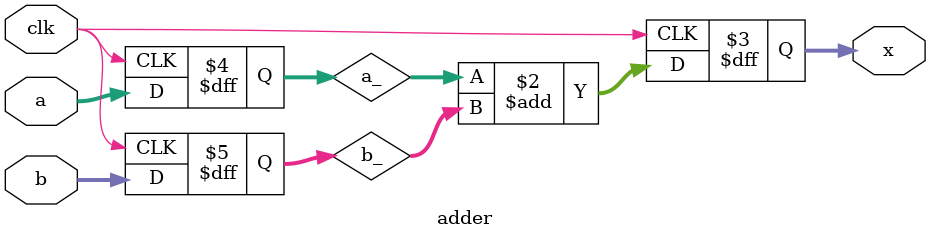
<source format=sv>
`default_nettype none

module adder (
    input logic [2:0] a, b,
    output logic [3:0] x,
    input logic clk
);

    logic [2:0] a_, b_;

    always_ff @(posedge clk) begin
        a_ <= a;
        b_ <= b;

        x <= a_ + b_;
    end

endmodule

</source>
